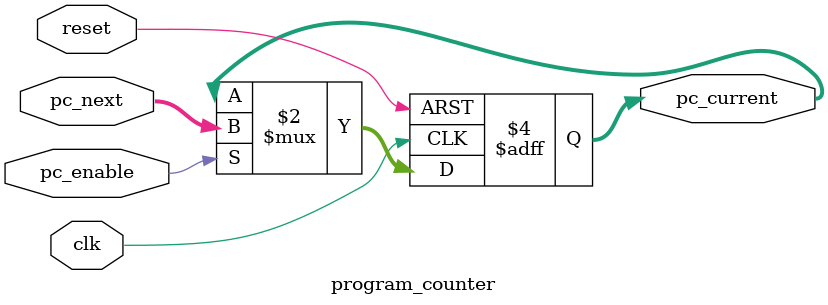
<source format=v>
module program_counter (
    input wire clk,              // Clock signal
    input wire reset,            // Reset button
    input wire pc_enable,        // Enable/disable counting
    input wire [31:0] pc_next,   // What value to load next
    output reg [31:0] pc_current // Current counter value
);

always @(posedge clk or posedge reset) begin
    if (reset) begin
        pc_current <= 32'h00000000;  // Reset PC to 0
    end else if (pc_enable) begin
        pc_current <= pc_next;
    end
end

endmodule

</source>
